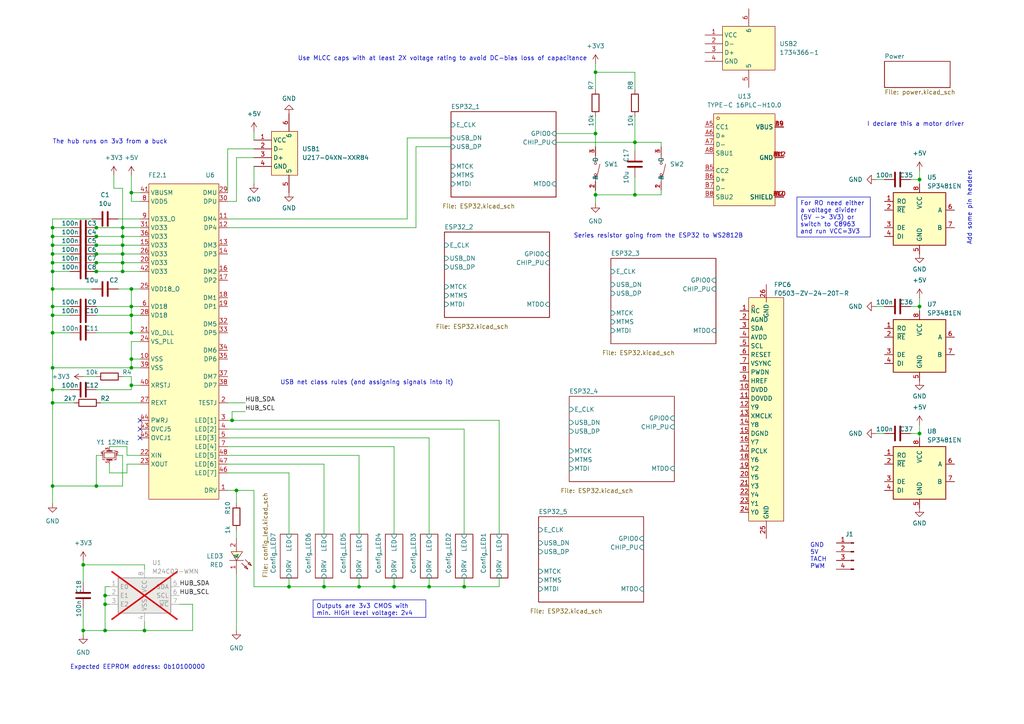
<source format=kicad_sch>
(kicad_sch (version 20230121) (generator eeschema)
  (paper "A4")
  (lib_symbols
    (symbol "Connector:Conn_01x04_Pin" (pin_names (offset 1.016) hide)
      (property "Reference" "J" (at 0 5.08 0))
      (property "Value" "Conn_01x04_Pin" (at 0 -7.62 0))
      (symbol "Conn_01x04_Pin_1_1"
        (polyline (pts (xy 1.27 -5.08) (xy 0.8636 -5.08)) (stroke (width 0.1524)))
        (polyline (pts (xy 1.27 -2.54) (xy 0.8636 -2.54)) (stroke (width 0.1524)))
        (polyline (pts (xy 1.27 0) (xy 0.8636 0)) (stroke (width 0.1524)))
        (polyline (pts (xy 1.27 2.54) (xy 0.8636 2.54)) (stroke (width 0.1524)))
        (rectangle (start 0.8636 -4.953) (end 0 -5.207) (stroke (width 0.1524)) (fill (type outline)))
        (rectangle (start 0.8636 -2.413) (end 0 -2.667) (stroke (width 0.1524)) (fill (type outline)))
        (rectangle (start 0.8636 0.127) (end 0 -0.127) (stroke (width 0.1524)) (fill (type outline)))
        (rectangle (start 0.8636 2.667) (end 0 2.413) (stroke (width 0.1524)) (fill (type outline)))
        (pin passive line (at 5.08 2.54 180) (length 3.81) (name "Pin_1") (number "1"))
        (pin passive line (at 5.08 0 180) (length 3.81) (name "Pin_2") (number "2"))
        (pin passive line (at 5.08 -2.54 180) (length 3.81) (name "Pin_3") (number "3"))
        (pin passive line (at 5.08 -5.08 180) (length 3.81) (name "Pin_4") (number "4"))
      )
    )
    (symbol "Device:C" (pin_numbers hide) (pin_names (offset 0.254))
      (property "Reference" "C" (at 0.635 2.54 0))
      (property "Value" "C" (at 0.635 -2.54 0))
      (symbol "C_0_1"
        (polyline (pts (xy -2.032 -0.762) (xy 2.032 -0.762)) (stroke (width 0.508)))
        (polyline (pts (xy -2.032 0.762) (xy 2.032 0.762)) (stroke (width 0.508)))
      )
      (symbol "C_1_1"
        (pin passive line (at 0 3.81 270) (length 2.794) (name "~") (number "1"))
        (pin passive line (at 0 -3.81 90) (length 2.794) (name "~") (number "2"))
      )
    )
    (symbol "Device:Crystal_GND24_Small" (pin_names (offset 1.016) hide)
      (property "Reference" "Y" (at 1.27 4.445 0))
      (property "Value" "Crystal_GND24_Small" (at 1.27 2.54 0))
      (symbol "Crystal_GND24_Small_0_1"
        (rectangle (start -0.762 -1.524) (end 0.762 1.524))
        (polyline (pts (xy -1.27 -0.762) (xy -1.27 0.762)) (stroke (width 0.381)))
        (polyline (pts (xy 1.27 -0.762) (xy 1.27 0.762)) (stroke (width 0.381)))
        (polyline (pts (xy -1.27 -1.27) (xy -1.27 -1.905) (xy 1.27 -1.905) (xy 1.27 -1.27)))
        (polyline (pts (xy -1.27 1.27) (xy -1.27 1.905) (xy 1.27 1.905) (xy 1.27 1.27)))
      )
      (symbol "Crystal_GND24_Small_1_1"
        (pin passive line (at -2.54 0 0) (length 1.27) (name "1") (number "1"))
        (pin passive line (at 0 -2.54 90) (length 0.635) (name "2") (number "2"))
        (pin passive line (at 2.54 0 180) (length 1.27) (name "3") (number "3"))
        (pin passive line (at 0 2.54 270) (length 0.635) (name "4") (number "4"))
      )
    )
    (symbol "Device:R" (pin_numbers hide) (pin_names (offset 0))
      (property "Reference" "R" (at 2.032 0 90))
      (property "Value" "R" (at 0 0 90))
      (symbol "R_0_1"
        (rectangle (start -1.016 -2.54) (end 1.016 2.54) (stroke (width 0.254)))
      )
      (symbol "R_1_1"
        (pin passive line (at 0 3.81 270) (length 1.27) (name "~") (number "1"))
        (pin passive line (at 0 -3.81 90) (length 1.27) (name "~") (number "2"))
      )
    )
    (symbol "Interface_UART:SP3481EN" (pin_names (offset 1.016))
      (property "Reference" "U" (at -7.62 8.89 0))
      (property "Value" "SP3481EN" (at 2.54 8.89 0))
      (symbol "SP3481EN_0_1"
        (rectangle (start -7.62 7.62) (end 7.62 -7.62) (stroke (width 0.254)) (fill (type background)))
      )
      (symbol "SP3481EN_1_1"
        (pin output line (at -10.16 5.08 0) (length 2.54) (name "RO") (number "1"))
        (pin input line (at -10.16 2.54 0) (length 2.54) (name "~{RE}") (number "2"))
        (pin input line (at -10.16 -2.54 0) (length 2.54) (name "DE") (number "3"))
        (pin input line (at -10.16 -5.08 0) (length 2.54) (name "DI") (number "4"))
        (pin power_in line (at 0 -10.16 90) (length 2.54) (name "GND") (number "5"))
        (pin bidirectional line (at 10.16 2.54 180) (length 2.54) (name "A") (number "6"))
        (pin bidirectional line (at 10.16 -2.54 180) (length 2.54) (name "B") (number "7"))
        (pin power_in line (at 0 10.16 270) (length 2.54) (name "VCC") (number "8"))
      )
    )
    (symbol "Memory_EEPROM:M24C02-WMN"
      (property "Reference" "U" (at -6.35 6.35 0))
      (property "Value" "M24C02-WMN" (at 7.62 6.35 0))
      (symbol "M24C02-WMN_0_1"
        (rectangle (start -7.62 5.08) (end 7.62 -5.08) (stroke (width 0.254)) (fill (type background)))
      )
      (symbol "M24C02-WMN_1_1"
        (pin input line (at -10.16 2.54 0) (length 2.54) (name "E0") (number "1"))
        (pin input line (at -10.16 0 0) (length 2.54) (name "E1") (number "2"))
        (pin input line (at -10.16 -2.54 0) (length 2.54) (name "E2") (number "3"))
        (pin power_in line (at 0 -7.62 90) (length 2.54) (name "VSS") (number "4"))
        (pin bidirectional line (at 10.16 2.54 180) (length 2.54) (name "SDA") (number "5"))
        (pin input line (at 10.16 0 180) (length 2.54) (name "SCL") (number "6"))
        (pin input line (at 10.16 -2.54 180) (length 2.54) (name "~{WC}") (number "7"))
        (pin power_in line (at 0 7.62 270) (length 2.54) (name "VCC") (number "8"))
      )
    )
    (symbol "TS-1187A-B-A-B_1"
      (property "Reference" "SW1" (at -2.54 -2.54 0))
      (symbol "TS-1187A-B-A-B_1_0_1"
        (circle (center 0 -2.79) (radius 0.32))
        (polyline (pts (xy -0.51 0.76) (xy -1.27 -2.54)))
        (polyline (pts (xy 0 -3.3) (xy 0 -5.08)))
        (polyline (pts (xy 0 0.76) (xy 0 2.54)))
        (circle (center 0 0.51) (radius 0.32))
        (pin unspecified line (at 0 5.08 270) (length 2.54) (name "A") (number "1"))
        (pin unspecified line (at 0 5.08 270) (length 2.54) (name "B") (number "2"))
        (pin unspecified line (at 0 -7.62 90) (length 2.54) (name "C") (number "3"))
        (pin unspecified line (at 0 -7.62 90) (length 2.54) (name "D") (number "4"))
      )
    )
    (symbol "easyeda2kicad:1734366-1"
      (property "Reference" "USB" (at 0 17.78 0))
      (property "Value" "1734366-1" (at 0 -15.24 0))
      (symbol "1734366-1_0_1"
        (rectangle (start -5.08 7.62) (end 10.16 -5.08) (fill (type background)))
        (pin unspecified line (at -10.16 5.08 0) (length 5.08) (name "VCC") (number "1"))
        (pin unspecified line (at -10.16 2.54 0) (length 5.08) (name "D-") (number "2"))
        (pin unspecified line (at -10.16 0 0) (length 5.08) (name "D+") (number "3"))
        (pin unspecified line (at -10.16 -2.54 0) (length 5.08) (name "GND") (number "4"))
        (pin unspecified line (at 2.54 -10.16 90) (length 5.08) (name "5") (number "5"))
        (pin unspecified line (at 2.54 12.7 270) (length 5.08) (name "6") (number "6"))
      )
    )
    (symbol "easyeda2kicad:F0503-ZV-24-20T-R"
      (property "Reference" "FPC1" (at 2.1941 21.59 0))
      (property "Value" "F0503-ZV-24-20T-R" (at 2.1941 19.05 0))
      (symbol "F0503-ZV-24-20T-R_0_1"
        (rectangle (start -5.08 17.78) (end 5.08 -46.99) (fill (type background)))
        (circle (center -3.81 15.24) (radius 0.38))
      )
      (symbol "F0503-ZV-24-20T-R_1_1"
        (pin unspecified line (at -7.62 13.97 0) (length 2.54) (name "NC") (number "1"))
        (pin unspecified line (at -7.62 -8.89 0) (length 2.54) (name "DVDD") (number "10"))
        (pin unspecified line (at -7.62 -11.43 0) (length 2.54) (name "DOVDD") (number "11"))
        (pin unspecified line (at -7.62 -13.97 0) (length 2.54) (name "Y9") (number "12"))
        (pin unspecified line (at -7.62 -16.51 0) (length 2.54) (name "XMCLK") (number "13"))
        (pin unspecified line (at -7.62 -19.05 0) (length 2.54) (name "Y8") (number "14"))
        (pin unspecified line (at -7.62 -21.59 0) (length 2.54) (name "DGND") (number "15"))
        (pin unspecified line (at -7.62 -24.13 0) (length 2.54) (name "Y7") (number "16"))
        (pin unspecified line (at -7.62 -26.67 0) (length 2.54) (name "PCLK") (number "17"))
        (pin unspecified line (at -7.62 -29.21 0) (length 2.54) (name "Y6") (number "18"))
        (pin unspecified line (at -7.62 -31.75 0) (length 2.54) (name "Y2") (number "19"))
        (pin unspecified line (at -7.62 11.43 0) (length 2.54) (name "AGND") (number "2"))
        (pin unspecified line (at -7.62 -34.29 0) (length 2.54) (name "Y5") (number "20"))
        (pin unspecified line (at -7.62 -36.83 0) (length 2.54) (name "Y3") (number "21"))
        (pin unspecified line (at -7.62 -39.37 0) (length 2.54) (name "Y4") (number "22"))
        (pin unspecified line (at -7.62 -41.91 0) (length 2.54) (name "Y1") (number "23"))
        (pin unspecified line (at -7.62 -44.45 0) (length 2.54) (name "Y0") (number "24"))
        (pin unspecified line (at 0 -52.07 90) (length 5.08) (name "GND") (number "25"))
        (pin unspecified line (at 0 21.59 270) (length 5.08) (name "GND") (number "26"))
        (pin unspecified line (at -7.62 8.89 0) (length 2.54) (name "SDA") (number "3"))
        (pin unspecified line (at -7.62 6.35 0) (length 2.54) (name "AVDD") (number "4"))
        (pin unspecified line (at -7.62 3.81 0) (length 2.54) (name "SCL") (number "5"))
        (pin unspecified line (at -7.62 1.27 0) (length 2.54) (name "RESET") (number "6"))
        (pin unspecified line (at -7.62 -1.27 0) (length 2.54) (name "VSYNC") (number "7"))
        (pin unspecified line (at -7.62 -3.81 0) (length 2.54) (name "PWDN") (number "8"))
        (pin unspecified line (at -7.62 -6.35 0) (length 2.54) (name "HREF") (number "9"))
      )
    )
    (symbol "easyeda2kicad:FE2.1"
      (property "Reference" "U6" (at 7.62 30.48 0))
      (property "Value" "FE2.1" (at -7.62 30.48 0))
      (symbol "FE2.1_0_1"
        (rectangle (start -10.16 27.94) (end 10.16 -63.5) (fill (type background)))
        (pin unspecified line (at 12.7 -60.96 180) (length 2.54) (name "DRV") (number "1"))
        (pin unspecified line (at -12.7 -22.86 0) (length 2.54) (name "VSS") (number "10"))
        (pin unspecified line (at 12.7 17.78 180) (length 2.54) (name "DM4") (number "11"))
        (pin unspecified line (at 12.7 15.24 180) (length 2.54) (name "DP4") (number "12"))
        (pin unspecified line (at 12.7 10.16 180) (length 2.54) (name "DM3") (number "13"))
        (pin unspecified line (at 12.7 7.62 180) (length 2.54) (name "DP3") (number "14"))
        (pin unspecified line (at -12.7 10.16 0) (length 2.54) (name "VD33") (number "15"))
        (pin unspecified line (at 12.7 2.54 180) (length 2.54) (name "DM2") (number "16"))
        (pin unspecified line (at 12.7 0 180) (length 2.54) (name "DP2") (number "17"))
        (pin unspecified line (at 12.7 -5.08 180) (length 2.54) (name "DM1") (number "18"))
        (pin unspecified line (at 12.7 -7.62 180) (length 2.54) (name "DP1") (number "19"))
        (pin unspecified line (at 12.7 -35.56 180) (length 2.54) (name "TESTJ") (number "2"))
        (pin unspecified line (at -12.7 5.08 0) (length 2.54) (name "VD33") (number "20"))
        (pin unspecified line (at -12.7 -15.24 0) (length 2.54) (name "VD_DLL") (number "21"))
        (pin unspecified line (at -12.7 -50.8 0) (length 2.54) (name "XIN") (number "22"))
        (pin unspecified line (at -12.7 -53.34 0) (length 2.54) (name "XOUT") (number "23"))
        (pin unspecified line (at -12.7 -17.78 0) (length 2.54) (name "VS_PLL") (number "24"))
        (pin unspecified line (at -12.7 -2.54 0) (length 2.54) (name "VDD18_O") (number "25"))
        (pin unspecified line (at -12.7 7.62 0) (length 2.54) (name "VD33") (number "26"))
        (pin unspecified line (at -12.7 -35.56 0) (length 2.54) (name "REXT") (number "27"))
        (pin unspecified line (at -12.7 -10.16 0) (length 2.54) (name "VD18") (number "28"))
        (pin unspecified line (at 12.7 25.4 180) (length 2.54) (name "DMU") (number "29"))
        (pin unspecified line (at 12.7 -40.64 180) (length 2.54) (name "LED[1]") (number "3"))
        (pin unspecified line (at 12.7 22.86 180) (length 2.54) (name "DPU") (number "30"))
        (pin unspecified line (at -12.7 15.24 0) (length 2.54) (name "VD33") (number "31"))
        (pin unspecified line (at 12.7 -12.7 180) (length 2.54) (name "DM5") (number "32"))
        (pin unspecified line (at 12.7 -15.24 180) (length 2.54) (name "DP5") (number "33"))
        (pin unspecified line (at 12.7 -20.32 180) (length 2.54) (name "DM6") (number "34"))
        (pin unspecified line (at 12.7 -22.86 180) (length 2.54) (name "DP6") (number "35"))
        (pin unspecified line (at -12.7 12.7 0) (length 2.54) (name "VD33") (number "36"))
        (pin unspecified line (at 12.7 -27.94 180) (length 2.54) (name "DM7") (number "37"))
        (pin unspecified line (at 12.7 -30.48 180) (length 2.54) (name "DP7") (number "38"))
        (pin unspecified line (at -12.7 -25.4 0) (length 2.54) (name "VSS") (number "39"))
        (pin unspecified line (at 12.7 -43.18 180) (length 2.54) (name "LED[2]") (number "4"))
        (pin unspecified line (at -12.7 -30.48 0) (length 2.54) (name "XRSTJ") (number "40"))
        (pin unspecified line (at -12.7 25.4 0) (length 2.54) (name "VBUSM") (number "41"))
        (pin unspecified line (at -12.7 2.54 0) (length 2.54) (name "VD33") (number "42"))
        (pin unspecified line (at -12.7 -43.18 0) (length 2.54) (name "OVCJ5") (number "43"))
        (pin unspecified line (at -12.7 -40.64 0) (length 2.54) (name "PWRJ") (number "44"))
        (pin unspecified line (at -12.7 -45.72 0) (length 2.54) (name "OVCJ1") (number "45"))
        (pin unspecified line (at 12.7 -55.88 180) (length 2.54) (name "LED[7]") (number "46"))
        (pin unspecified line (at 12.7 -53.34 180) (length 2.54) (name "LED[6]") (number "47"))
        (pin unspecified line (at 12.7 -50.8 180) (length 2.54) (name "LED[5]") (number "48"))
        (pin unspecified line (at 12.7 -45.72 180) (length 2.54) (name "LED[3]") (number "5"))
        (pin unspecified line (at -12.7 -7.62 0) (length 2.54) (name "VD18") (number "6"))
        (pin unspecified line (at 12.7 -48.26 180) (length 2.54) (name "LED[4]") (number "7"))
        (pin unspecified line (at -12.7 22.86 0) (length 2.54) (name "VDD5") (number "8"))
        (pin unspecified line (at -12.7 17.78 0) (length 2.54) (name "VD33_O") (number "9"))
      )
    )
    (symbol "easyeda2kicad:KT-0603R"
      (property "Reference" "LED" (at 0 5.08 0))
      (property "Value" "KT-0603R" (at 0 -5.08 0))
      (symbol "KT-0603R_0_1"
        (polyline (pts (xy -2.03 1.52) (xy -3.81 3.3)))
        (polyline (pts (xy -1.27 2.03) (xy -1.27 -2.03)))
        (polyline (pts (xy -1.02 2.54) (xy -2.79 4.32)))
        (polyline (pts (xy -3.81 3.3) (xy -2.79 2.79) (xy -3.3 2.29) (xy -3.81 3.3)) (fill (type background)))
        (polyline (pts (xy -2.79 4.32) (xy -1.78 3.81) (xy -2.29 3.3) (xy -2.79 4.32)) (fill (type background)))
        (polyline (pts (xy 1.27 -1.52) (xy -1.27 0) (xy 1.27 1.78) (xy 1.27 -1.52)) (fill (type background)))
        (pin unspecified line (at -5.08 0 0) (length 3.81) (name "K") (number "1"))
        (pin unspecified line (at 5.08 0 180) (length 3.81) (name "A") (number "2"))
      )
    )
    (symbol "easyeda2kicad:TYPE-C16PLC-H10.0"
      (property "Reference" "U13" (at 0 19.05 0))
      (property "Value" "TYPE-C 16PLC-H10.0" (at 0 16.51 0))
      (symbol "TYPE-C16PLC-H10.0_0_1"
        (rectangle (start -8.89 13.97) (end 8.89 -12.7) (fill (type background)))
        (circle (center -7.62 12.7) (radius 0.38))
        (pin unspecified line (at 11.43 1.27 180) (length 2.54) (name "GND") (number "A1"))
        (pin unspecified line (at 11.43 1.27 180) (length 2.54) (name "GND") (number "A12"))
        (pin unspecified line (at 11.43 10.16 180) (length 2.54) (name "VBUS") (number "A4"))
        (pin unspecified line (at -11.43 10.16 0) (length 2.54) (name "CC1") (number "A5"))
        (pin unspecified line (at -11.43 7.62 0) (length 2.54) (name "D+") (number "A6"))
        (pin unspecified line (at -11.43 5.08 0) (length 2.54) (name "D-") (number "A7"))
        (pin unspecified line (at -11.43 2.54 0) (length 2.54) (name "SBU1") (number "A8"))
        (pin unspecified line (at 11.43 10.16 180) (length 2.54) (name "VBUS") (number "A9"))
        (pin unspecified line (at 11.43 1.27 180) (length 2.54) (name "GND") (number "B1"))
        (pin unspecified line (at 11.43 1.27 180) (length 2.54) (name "GND") (number "B12"))
        (pin unspecified line (at 11.43 10.16 180) (length 2.54) (name "VBUS") (number "B4"))
        (pin unspecified line (at -11.43 -2.54 0) (length 2.54) (name "CC2") (number "B5"))
        (pin unspecified line (at -11.43 -5.08 0) (length 2.54) (name "D+") (number "B6"))
        (pin unspecified line (at -11.43 -7.62 0) (length 2.54) (name "D-") (number "B7"))
        (pin unspecified line (at -11.43 -10.16 0) (length 2.54) (name "SBU2") (number "B8"))
        (pin unspecified line (at 11.43 10.16 180) (length 2.54) (name "VBUS") (number "B9"))
      )
      (symbol "TYPE-C16PLC-H10.0_1_1"
        (pin unspecified line (at 11.43 -10.16 180) (length 2.54) (name "SHIELD") (number "A10"))
        (pin unspecified line (at 11.43 -10.16 180) (length 2.54) (name "SHIELD") (number "A2"))
        (pin unspecified line (at 11.43 -10.16 180) (length 2.54) (name "SHIELD") (number "B10"))
        (pin unspecified line (at 11.43 -10.16 180) (length 2.54) (name "SHIELD") (number "B2"))
      )
    )
    (symbol "easyeda2kicad:U217-04XN-XXR84"
      (property "Reference" "USB" (at 0 10.16 0))
      (property "Value" "U217-04XN-XXR84" (at 0 -10.16 0))
      (symbol "U217-04XN-XXR84_0_1"
        (rectangle (start -5.08 0) (end 7.62 -7.62) (fill (type background)))
        (pin unspecified line (at 5.08 5.08 270) (length 5.08) (name "VCC") (number "1"))
        (pin unspecified line (at 2.54 5.08 270) (length 5.08) (name "D-") (number "2"))
        (pin unspecified line (at 0 5.08 270) (length 5.08) (name "D+") (number "3"))
        (pin unspecified line (at -2.54 5.08 270) (length 5.08) (name "GND") (number "4"))
        (pin unspecified line (at -10.16 -5.08 0) (length 5.08) (name "5") (number "5"))
        (pin unspecified line (at 12.7 -5.08 180) (length 5.08) (name "6") (number "6"))
      )
    )
    (symbol "power:+3V3" (power) (pin_names (offset 0))
      (property "Value" "+3V3" (at 0 3.556 0))
      (symbol "+3V3_0_1"
        (polyline (pts (xy -0.762 1.27) (xy 0 2.54)))
        (polyline (pts (xy 0 0) (xy 0 2.54)))
        (polyline (pts (xy 0 2.54) (xy 0.762 1.27)))
      )
      (symbol "+3V3_1_1"
        (pin power_in line (at 0 0 90) (length 0) hide (name "+3V3") (number "1"))
      )
    )
    (symbol "power:+5V" (power) (pin_names (offset 0))
      (property "Value" "+5V" (at 0 3.556 0))
      (symbol "+5V_0_1"
        (polyline (pts (xy -0.762 1.27) (xy 0 2.54)))
        (polyline (pts (xy 0 0) (xy 0 2.54)))
        (polyline (pts (xy 0 2.54) (xy 0.762 1.27)))
      )
      (symbol "+5V_1_1"
        (pin power_in line (at 0 0 90) (length 0) hide (name "+5V") (number "1"))
      )
    )
    (symbol "power:GND" (power) (pin_names (offset 0))
      (property "Value" "GND" (at 0 -3.81 0))
      (symbol "GND_0_1"
        (polyline (pts (xy 0 0) (xy 0 -1.27) (xy 1.27 -1.27) (xy 0 -2.54) (xy -1.27 -1.27) (xy 0 -1.27)))
      )
      (symbol "GND_1_1"
        (pin power_in line (at 0 0 270) (length 0) hide (name "GND") (number "1"))
      )
    )
  )
  (junction (at 30.48 182.88))
  (junction (at 266.7 52.07))
  (junction (at 38.1 91.44))
  (junction (at 15.24 68.58))
  (junction (at 15.24 116.84))
  (junction (at 35.56 76.2))
  (junction (at 30.48 175.26))
  (junction (at 15.24 113.03))
  (junction (at 27.94 140.97))
  (junction (at 184.15 41.275))
  (junction (at 15.24 71.12))
  (junction (at 27.94 71.12))
  (junction (at 38.1 83.82))
  (junction (at 83.82 170.18))
  (junction (at 114.3 170.18))
  (junction (at 27.94 73.66))
  (junction (at 38.1 111.76))
  (junction (at 35.56 66.04))
  (junction (at 15.24 76.2))
  (junction (at 35.56 78.74))
  (junction (at 134.62 170.18))
  (junction (at 27.94 68.58))
  (junction (at 38.1 106.68))
  (junction (at 15.24 73.66))
  (junction (at 15.24 88.9))
  (junction (at 15.24 91.44))
  (junction (at 27.94 66.04))
  (junction (at 35.56 71.12))
  (junction (at 15.24 83.82))
  (junction (at 266.7 125.73))
  (junction (at 104.14 170.18))
  (junction (at 172.72 38.735))
  (junction (at 30.48 172.72))
  (junction (at 15.24 66.04))
  (junction (at 172.72 56.515))
  (junction (at 266.7 88.9))
  (junction (at 68.58 142.24))
  (junction (at 38.1 96.52))
  (junction (at 15.24 78.74))
  (junction (at 184.15 56.515))
  (junction (at 35.56 73.66))
  (junction (at 24.13 163.83))
  (junction (at 24.13 182.88))
  (junction (at 27.94 78.74))
  (junction (at 41.91 182.88))
  (junction (at 35.56 68.58))
  (junction (at 15.24 96.52))
  (junction (at 172.72 20.955))
  (junction (at 15.24 106.68))
  (junction (at 93.98 170.18))
  (junction (at 67.31 121.92))
  (junction (at 38.1 55.88))
  (junction (at 38.1 88.9))
  (junction (at 15.24 140.97))
  (junction (at 124.46 170.18))
  (junction (at 27.94 76.2))
  (junction (at 38.1 104.14))
  (no_connect (at 40.64 124.46))
  (no_connect (at 40.64 127))
  (no_connect (at 40.64 121.92))
  (wire (pts (xy 40.64 104.14) (xy 38.1 104.14)))
  (wire (pts (xy 24.13 182.88) (xy 30.48 182.88)))
  (wire (pts (xy 27.94 140.97) (xy 27.94 132.08)))
  (wire (pts (xy 15.24 88.9) (xy 15.24 91.44)))
  (wire (pts (xy 35.56 71.12) (xy 40.64 71.12)))
  (wire (pts (xy 66.04 66.04) (xy 120.65 66.04)))
  (wire (pts (xy 172.72 55.245) (xy 172.72 56.515)))
  (wire (pts (xy 184.15 41.275) (xy 184.15 43.815)))
  (wire (pts (xy 266.7 88.9) (xy 266.7 90.17)))
  (wire (pts (xy 254 125.73) (xy 256.54 125.73)))
  (wire (pts (xy 67.31 119.38) (xy 71.12 119.38)))
  (wire (pts (xy 27.94 76.2) (xy 35.56 76.2)))
  (wire (pts (xy 38.1 113.03) (xy 27.94 113.03)))
  (wire (pts (xy 24.13 109.22) (xy 27.94 109.22)))
  (wire (pts (xy 172.72 56.515) (xy 172.72 59.055)))
  (wire (pts (xy 66.04 121.92) (xy 67.31 121.92)))
  (wire (pts (xy 31.75 137.16) (xy 31.75 134.62)))
  (wire (pts (xy 26.67 78.74) (xy 27.94 78.74)))
  (wire (pts (xy 30.48 172.72) (xy 31.75 172.72)))
  (wire (pts (xy 38.1 55.88) (xy 40.64 55.88)))
  (wire (pts (xy 93.98 154.94) (xy 93.98 134.62)))
  (wire (pts (xy 15.24 68.58) (xy 15.24 71.12)))
  (wire (pts (xy 93.98 134.62) (xy 66.04 134.62)))
  (wire (pts (xy 55.88 182.88) (xy 55.88 175.26)))
  (wire (pts (xy 184.15 41.275) (xy 191.77 41.275)))
  (wire (pts (xy 15.24 106.68) (xy 38.1 106.68)))
  (wire (pts (xy 15.24 88.9) (xy 20.32 88.9)))
  (wire (pts (xy 27.94 73.66) (xy 35.56 73.66)))
  (wire (pts (xy 83.82 170.18) (xy 93.98 170.18)))
  (wire (pts (xy 27.94 66.04) (xy 35.56 66.04)))
  (wire (pts (xy 118.11 63.5) (xy 66.04 63.5)))
  (wire (pts (xy 15.24 76.2) (xy 20.32 76.2)))
  (wire (pts (xy 26.67 71.12) (xy 27.94 71.12)))
  (wire (pts (xy 15.24 106.68) (xy 15.24 113.03)))
  (wire (pts (xy 30.48 182.88) (xy 41.91 182.88)))
  (wire (pts (xy 124.46 167.64) (xy 124.46 170.18)))
  (wire (pts (xy 15.24 140.97) (xy 15.24 146.05)))
  (wire (pts (xy 34.29 63.5) (xy 40.64 63.5)))
  (wire (pts (xy 36.83 129.54) (xy 36.83 132.08)))
  (wire (pts (xy 68.58 153.67) (xy 68.58 156.21)))
  (wire (pts (xy 35.56 76.2) (xy 40.64 76.2)))
  (wire (pts (xy 114.3 129.54) (xy 66.04 129.54)))
  (wire (pts (xy 41.91 165.1) (xy 41.91 163.83)))
  (wire (pts (xy 35.56 132.08) (xy 35.56 140.97)))
  (wire (pts (xy 124.46 170.18) (xy 134.62 170.18)))
  (wire (pts (xy 29.21 116.84) (xy 40.64 116.84)))
  (wire (pts (xy 114.3 154.94) (xy 114.3 129.54)))
  (wire (pts (xy 15.24 63.5) (xy 26.67 63.5)))
  (wire (pts (xy 41.91 182.88) (xy 41.91 180.34)))
  (wire (pts (xy 191.77 55.245) (xy 191.77 56.515)))
  (wire (pts (xy 15.24 91.44) (xy 20.32 91.44)))
  (wire (pts (xy 15.24 96.52) (xy 20.32 96.52)))
  (wire (pts (xy 26.67 73.66) (xy 27.94 73.66)))
  (wire (pts (xy 67.31 119.38) (xy 67.31 121.92)))
  (wire (pts (xy 35.56 71.12) (xy 35.56 73.66)))
  (wire (pts (xy 264.16 125.73) (xy 266.7 125.73)))
  (wire (pts (xy 66.04 142.24) (xy 68.58 142.24)))
  (wire (pts (xy 31.75 129.54) (xy 36.83 129.54)))
  (wire (pts (xy 93.98 167.64) (xy 93.98 170.18)))
  (wire (pts (xy 35.56 78.74) (xy 40.64 78.74)))
  (wire (pts (xy 24.13 176.53) (xy 24.13 182.88)))
  (wire (pts (xy 191.77 41.275) (xy 191.77 42.545)))
  (wire (pts (xy 254 52.07) (xy 256.54 52.07)))
  (wire (pts (xy 68.58 45.72) (xy 73.66 45.72)))
  (wire (pts (xy 38.1 83.82) (xy 40.64 83.82)))
  (wire (pts (xy 38.1 113.03) (xy 38.1 111.76)))
  (wire (pts (xy 35.56 73.66) (xy 35.56 76.2)))
  (wire (pts (xy 40.64 134.62) (xy 36.83 134.62)))
  (wire (pts (xy 35.56 54.61) (xy 35.56 66.04)))
  (wire (pts (xy 66.04 132.08) (xy 104.14 132.08)))
  (wire (pts (xy 264.16 52.07) (xy 266.7 52.07)))
  (wire (pts (xy 38.1 91.44) (xy 40.64 91.44)))
  (wire (pts (xy 130.81 40.005) (xy 118.11 40.005)))
  (wire (pts (xy 67.31 121.92) (xy 144.78 121.92)))
  (wire (pts (xy 27.94 78.74) (xy 35.56 78.74)))
  (wire (pts (xy 266.7 52.07) (xy 266.7 53.34)))
  (wire (pts (xy 24.13 182.88) (xy 24.13 184.15)))
  (wire (pts (xy 15.24 83.82) (xy 15.24 88.9)))
  (wire (pts (xy 266.7 49.53) (xy 266.7 52.07)))
  (wire (pts (xy 36.83 137.16) (xy 31.75 137.16)))
  (wire (pts (xy 104.14 132.08) (xy 104.14 154.94)))
  (wire (pts (xy 266.7 86.36) (xy 266.7 88.9)))
  (wire (pts (xy 52.07 175.26) (xy 55.88 175.26)))
  (wire (pts (xy 73.66 142.24) (xy 73.66 170.18)))
  (wire (pts (xy 172.72 20.955) (xy 184.15 20.955)))
  (wire (pts (xy 29.21 132.08) (xy 27.94 132.08)))
  (wire (pts (xy 15.24 78.74) (xy 15.24 83.82)))
  (wire (pts (xy 41.91 163.83) (xy 24.13 163.83)))
  (wire (pts (xy 15.24 140.97) (xy 27.94 140.97)))
  (wire (pts (xy 15.24 73.66) (xy 20.32 73.66)))
  (wire (pts (xy 35.56 66.04) (xy 35.56 68.58)))
  (wire (pts (xy 38.1 106.68) (xy 40.64 106.68)))
  (wire (pts (xy 27.94 88.9) (xy 38.1 88.9)))
  (wire (pts (xy 38.1 88.9) (xy 38.1 91.44)))
  (wire (pts (xy 172.72 26.035) (xy 172.72 20.955)))
  (wire (pts (xy 15.24 116.84) (xy 15.24 140.97)))
  (wire (pts (xy 120.65 66.04) (xy 120.65 42.545)))
  (wire (pts (xy 184.15 33.655) (xy 184.15 41.275)))
  (wire (pts (xy 114.3 170.18) (xy 124.46 170.18)))
  (wire (pts (xy 172.72 38.735) (xy 172.72 33.655)))
  (wire (pts (xy 15.24 76.2) (xy 15.24 78.74)))
  (wire (pts (xy 38.1 88.9) (xy 40.64 88.9)))
  (wire (pts (xy 254 88.9) (xy 256.54 88.9)))
  (wire (pts (xy 35.56 54.61) (xy 33.02 54.61)))
  (wire (pts (xy 34.29 83.82) (xy 38.1 83.82)))
  (wire (pts (xy 30.48 172.72) (xy 30.48 175.26)))
  (wire (pts (xy 66.04 58.42) (xy 68.58 58.42)))
  (wire (pts (xy 30.48 175.26) (xy 30.48 182.88)))
  (wire (pts (xy 36.83 132.08) (xy 40.64 132.08)))
  (wire (pts (xy 93.98 170.18) (xy 104.14 170.18)))
  (wire (pts (xy 27.94 68.58) (xy 35.56 68.58)))
  (wire (pts (xy 66.04 127) (xy 124.46 127)))
  (wire (pts (xy 38.1 104.14) (xy 38.1 106.68)))
  (wire (pts (xy 68.58 166.37) (xy 68.58 182.88)))
  (wire (pts (xy 264.16 88.9) (xy 266.7 88.9)))
  (wire (pts (xy 35.56 73.66) (xy 40.64 73.66)))
  (wire (pts (xy 27.94 140.97) (xy 35.56 140.97)))
  (wire (pts (xy 114.3 167.64) (xy 114.3 170.18)))
  (wire (pts (xy 184.15 20.955) (xy 184.15 26.035)))
  (wire (pts (xy 266.7 123.19) (xy 266.7 125.73)))
  (wire (pts (xy 38.1 104.14) (xy 38.1 99.06)))
  (wire (pts (xy 27.94 96.52) (xy 38.1 96.52)))
  (wire (pts (xy 24.13 163.83) (xy 24.13 168.91)))
  (wire (pts (xy 30.48 170.18) (xy 30.48 172.72)))
  (wire (pts (xy 161.29 41.275) (xy 184.15 41.275)))
  (wire (pts (xy 15.24 71.12) (xy 20.32 71.12)))
  (wire (pts (xy 124.46 127) (xy 124.46 154.94)))
  (wire (pts (xy 26.67 76.2) (xy 27.94 76.2)))
  (wire (pts (xy 161.29 38.735) (xy 172.72 38.735)))
  (wire (pts (xy 35.56 68.58) (xy 35.56 71.12)))
  (wire (pts (xy 35.56 66.04) (xy 40.64 66.04)))
  (wire (pts (xy 120.65 42.545) (xy 130.81 42.545)))
  (wire (pts (xy 66.04 55.88) (xy 66.04 43.18)))
  (wire (pts (xy 68.58 142.24) (xy 68.58 146.05)))
  (wire (pts (xy 38.1 58.42) (xy 40.64 58.42)))
  (wire (pts (xy 15.24 113.03) (xy 20.32 113.03)))
  (wire (pts (xy 15.24 78.74) (xy 20.32 78.74)))
  (wire (pts (xy 83.82 137.16) (xy 83.82 154.94)))
  (wire (pts (xy 144.78 121.92) (xy 144.78 154.94)))
  (wire (pts (xy 266.7 125.73) (xy 266.7 127)))
  (wire (pts (xy 104.14 170.18) (xy 114.3 170.18)))
  (wire (pts (xy 38.1 55.88) (xy 38.1 58.42)))
  (wire (pts (xy 66.04 124.46) (xy 134.62 124.46)))
  (wire (pts (xy 134.62 170.18) (xy 144.78 170.18)))
  (wire (pts (xy 134.62 167.64) (xy 134.62 170.18)))
  (wire (pts (xy 191.77 56.515) (xy 184.15 56.515)))
  (wire (pts (xy 68.58 58.42) (xy 68.58 45.72)))
  (wire (pts (xy 134.62 124.46) (xy 134.62 154.94)))
  (wire (pts (xy 15.24 66.04) (xy 20.32 66.04)))
  (wire (pts (xy 15.24 83.82) (xy 26.67 83.82)))
  (wire (pts (xy 34.29 132.08) (xy 35.56 132.08)))
  (wire (pts (xy 38.1 111.76) (xy 40.64 111.76)))
  (wire (pts (xy 38.1 109.22) (xy 38.1 111.76)))
  (wire (pts (xy 73.66 53.34) (xy 73.66 48.26)))
  (wire (pts (xy 184.15 56.515) (xy 184.15 51.435)))
  (wire (pts (xy 30.48 175.26) (xy 31.75 175.26)))
  (wire (pts (xy 15.24 113.03) (xy 15.24 116.84)))
  (wire (pts (xy 31.75 170.18) (xy 30.48 170.18)))
  (wire (pts (xy 15.24 68.58) (xy 20.32 68.58)))
  (wire (pts (xy 38.1 83.82) (xy 38.1 88.9)))
  (wire (pts (xy 73.66 170.18) (xy 83.82 170.18)))
  (wire (pts (xy 144.78 167.64) (xy 144.78 170.18)))
  (wire (pts (xy 27.94 71.12) (xy 35.56 71.12)))
  (wire (pts (xy 38.1 96.52) (xy 40.64 96.52)))
  (wire (pts (xy 27.94 91.44) (xy 38.1 91.44)))
  (wire (pts (xy 68.58 142.24) (xy 73.66 142.24)))
  (wire (pts (xy 33.02 54.61) (xy 33.02 50.8)))
  (wire (pts (xy 41.91 182.88) (xy 55.88 182.88)))
  (wire (pts (xy 15.24 91.44) (xy 15.24 96.52)))
  (wire (pts (xy 66.04 43.18) (xy 73.66 43.18)))
  (wire (pts (xy 38.1 99.06) (xy 40.64 99.06)))
  (wire (pts (xy 71.12 116.84) (xy 66.04 116.84)))
  (wire (pts (xy 104.14 167.64) (xy 104.14 170.18)))
  (wire (pts (xy 83.82 167.64) (xy 83.82 170.18)))
  (wire (pts (xy 26.67 68.58) (xy 27.94 68.58)))
  (wire (pts (xy 172.72 56.515) (xy 184.15 56.515)))
  (wire (pts (xy 38.1 50.8) (xy 38.1 55.88)))
  (wire (pts (xy 15.24 96.52) (xy 15.24 106.68)))
  (wire (pts (xy 172.72 18.415) (xy 172.72 20.955)))
  (wire (pts (xy 35.56 68.58) (xy 40.64 68.58)))
  (wire (pts (xy 24.13 162.56) (xy 24.13 163.83)))
  (wire (pts (xy 36.83 134.62) (xy 36.83 137.16)))
  (wire (pts (xy 15.24 71.12) (xy 15.24 73.66)))
  (wire (pts (xy 26.67 66.04) (xy 27.94 66.04)))
  (wire (pts (xy 15.24 73.66) (xy 15.24 76.2)))
  (wire (pts (xy 35.56 109.22) (xy 38.1 109.22)))
  (wire (pts (xy 15.24 63.5) (xy 15.24 66.04)))
  (wire (pts (xy 15.24 66.04) (xy 15.24 68.58)))
  (wire (pts (xy 15.24 116.84) (xy 21.59 116.84)))
  (wire (pts (xy 118.11 40.005) (xy 118.11 63.5)))
  (wire (pts (xy 73.66 38.1) (xy 73.66 40.64)))
  (wire (pts (xy 66.04 137.16) (xy 83.82 137.16)))
  (wire (pts (xy 35.56 76.2) (xy 35.56 78.74)))
  (wire (pts (xy 172.72 38.735) (xy 172.72 42.545)))
  (wire (pts (xy 38.1 91.44) (xy 38.1 96.52)))
  (text_box "For RO need either a voltage divider (5V -> 3V3) or switch to C8963 and run VCC=3V3" (at 231.14 57.15 0) (size 21.2725 11.5889) (effects (font (size 1.27 1.27)) (justify left top)))
  (text_box "Outputs are 3v3 CMOS with min. HIGH level voltage: 2v4" (at 90.805 173.99 0) (size 32.7025 5.08) (effects (font (size 1.27 1.27)) (justify left top)))
  (text "Series resistor going from the ESP32 to WS2812B\n" (at 166.37 69.215 0) (effects (font (size 1.27 1.27)) (justify left bottom)))
  (text "Add some pin headers\n" (at 281.94 71.12 90) (effects (font (size 1.27 1.27)) (justify left bottom)))
  (text "GND\n5V\nTACH\nPWM" (at 234.95 165.1 0) (effects (font (size 1.27 1.27)) (justify left bottom)))
  (text "USB net class rules (and assigning signals into it)" (at 81.28 111.76 0) (effects (font (size 1.27 1.27)) (justify left bottom)))
  (text "Use MLCC caps with at least 2X voltage rating to avoid DC-bias loss of capacitance" (at 86.36 17.78 0) (effects (font (size 1.27 1.27)) (justify left bottom)))
  (text "Expected EEPROM address: 0b10100000" (at 20.32 194.31 0) (effects (font (size 1.27 1.27)) (justify left bottom)))
  (text "I declare this a motor driver" (at 251.46 36.83 0) (effects (font (size 1.27 1.27)) (justify left bottom)))
  (text "The hub runs on 3v3 from a buck" (at 15.24 41.91 0) (effects (font (size 1.27 1.27)) (justify left bottom)))
  (label "HUB_SCL" (at 52.07 172.72 0))
  (label "HUB_SDA" (at 52.07 170.18 0))
  (label "HUB_SCL" (at 71.12 119.38 0))
  (label "HUB_SDA" (at 71.12 116.84 0))
  (symbol (lib_id "power:GND") (at 266.7 147.32 0) (unit 1)
    (property "Reference" "#PWR042" (effects hide))
    (property "Value" "GND" (at 266.7 151.765 0))
  )
  (symbol (lib_id "power:GND") (at 15.24 146.05 0) (unit 1)
    (property "Reference" "#PWR014" (effects hide))
    (property "Value" "GND" (at 15.24 151.13 0))
  )
  (symbol (lib_id "Device:C") (at 24.13 78.74 90) (unit 1)
    (property "Reference" "C8" (at 26.67 77.47 90))
    (property "Value" "100n" (at 20.32 77.47 90))
    (property "Footprint" "Capacitor_SMD:C_0402_1005Metric" (effects hide))
  )
  (symbol (lib_id "Connector:Conn_01x04_Pin") (at 247.65 160.02 0) (mirror y) (unit 1)
    (property "Reference" "J1" (at 246.38 154.94 0))
    (property "Value" "Conn_01x04_Pin" (effects hide))
    (property "Footprint" "Connector:FanPinHeader_1x04_P2.54mm_Vertical" (effects hide))
  )
  (symbol (lib_id "Device:C") (at 24.13 91.44 90) (unit 1)
    (property "Reference" "C10" (at 26.67 90.17 90))
    (property "Value" "100n" (at 20.32 90.17 90))
    (property "Footprint" "Capacitor_SMD:C_0402_1005Metric" (effects hide))
  )
  (symbol (lib_id "Device:Crystal_GND24_Small") (at 31.75 132.08 90) (unit 1)
    (property "Reference" "Y1" (at 29.21 128.27 90))
    (property "Value" "12Mhz" (at 34.29 128.27 90))
    (property "Footprint" "Crystal:Crystal_SMD_3225-4Pin_3.2x2.5mm" (effects hide))
  )
  (symbol (lib_id "power:+3V3") (at 24.13 109.22 90) (unit 1)
    (property "Reference" "#PWR03" (effects hide))
    (property "Value" "+3V3" (at 20.32 109.22 90) (effects (justify left)))
  )
  (symbol (lib_id "Device:C") (at 24.13 66.04 90) (unit 1)
    (property "Reference" "C3" (at 26.67 64.77 90))
    (property "Value" "100n" (at 20.32 64.77 90))
    (property "Footprint" "Capacitor_SMD:C_0402_1005Metric" (effects hide))
  )
  (symbol (lib_id "Device:C") (at 260.35 52.07 90) (unit 1)
    (property "Reference" "C35" (at 262.89 50.8 90))
    (property "Value" "100n" (at 256.54 50.8 90))
    (property "Footprint" "Capacitor_SMD:C_0402_1005Metric" (effects hide))
  )
  (symbol (lib_id "Device:R") (at 31.75 109.22 90) (unit 1)
    (property "Reference" "R4" (at 36.83 107.95 90))
    (property "Value" "10k" (at 26.67 107.95 90))
    (property "Footprint" "Resistor_SMD:R_0402_1005Metric" (effects hide))
  )
  (symbol (lib_id "power:GND") (at 83.82 55.88 0) (unit 1)
    (property "Reference" "#PWR08" (effects hide))
    (property "Value" "GND" (at 83.82 60.325 0))
  )
  (symbol (lib_id "power:+5V") (at 266.7 123.19 0) (unit 1)
    (property "Reference" "#PWR041" (effects hide))
    (property "Value" "+5V" (at 266.7 118.11 0))
  )
  (symbol (lib_id "power:GND") (at 68.58 182.88 0) (unit 1)
    (property "Reference" "#PWR021" (effects hide))
    (property "Value" "GND" (at 68.58 187.96 0))
  )
  (symbol (lib_id "Memory_EEPROM:M24C02-WMN") (at 41.91 172.72 0) (unit 1) (dnp yes)
    (property "Reference" "U1" (at 44.1041 163.195 0) (effects (justify left)))
    (property "Value" "M24C02-WMN" (at 44.1041 165.735 0) (effects (justify left)))
    (property "Footprint" "Package_SO:SOIC-8_3.9x4.9mm_P1.27mm" (effects hide))
    (property "Datasheet" "http://www.st.com/content/ccc/resource/technical/document/datasheet/b0/d8/50/40/5a/85/49/6f/DM00071904.pdf/files/DM00071904.pdf/jcr:content/translations/en.DM00071904.pdf" (effects hide))
  )
  (symbol (lib_id "power:GND") (at 266.7 73.66 0) (unit 1)
    (property "Reference" "#PWR035" (effects hide))
    (property "Value" "GND" (at 266.7 78.105 0))
  )
  (symbol (lib_id "power:+5V") (at 266.7 86.36 0) (unit 1)
    (property "Reference" "#PWR038" (effects hide))
    (property "Value" "+5V" (at 266.7 81.28 0))
  )
  (symbol (lib_id "Device:R") (at 25.4 116.84 90) (unit 1)
    (property "Reference" "R2" (at 30.48 115.57 90))
    (property "Value" "2k7" (at 20.32 115.57 90))
    (property "Footprint" "Resistor_SMD:R_0402_1005Metric" (effects hide))
  )
  (symbol (lib_id "easyeda2kicad:F0503-ZV-24-20T-R") (at 222.25 104.14 0) (unit 1)
    (property "Reference" "FPC6" (at 224.4441 82.55 0) (effects (justify left)))
    (property "Value" "F0503-ZV-24-20T-R" (at 224.4441 85.09 0) (effects (justify left)))
    (property "Footprint" "easyeda2kicad:FPC-SMD_F0503-ZV-24-20T-R" (effects hide))
    (property "Datasheet" "https://lcsc.com/product-detail/FFC-FPC-Connectors_XFCN-F0503-ZV-24-20T-R_C481246.html" (effects hide))
    (property "LCSC Part" "C481246" (effects hide))
  )
  (symbol (lib_id "Device:R") (at 172.72 29.845 180) (unit 1)
    (property "Reference" "R7" (at 171.45 24.765 90))
    (property "Value" "10k" (at 171.45 34.925 90))
    (property "Footprint" "Resistor_SMD:R_0402_1005Metric" (effects hide))
  )
  (symbol (lib_id "power:GND") (at 254 52.07 270) (unit 1)
    (property "Reference" "#PWR036" (effects hide))
    (property "Value" "GND" (at 250.19 52.07 90) (effects (justify right)))
  )
  (symbol (lib_id "Device:C") (at 24.13 172.72 180) (unit 1)
    (property "Reference" "C18" (at 22.86 170.18 90))
    (property "Value" "100n" (at 22.86 176.53 90))
    (property "Footprint" "Capacitor_SMD:C_0402_1005Metric" (effects hide))
  )
  (symbol (lib_id "power:GND") (at 83.82 33.02 180) (unit 1)
    (property "Reference" "#PWR09" (effects hide))
    (property "Value" "GND" (at 83.82 28.575 0))
  )
  (symbol (lib_id "power:GND") (at 73.66 53.34 0) (unit 1)
    (property "Reference" "#PWR05" (effects hide))
    (property "Value" "GND" (at 73.66 57.785 0))
  )
  (symbol (lib_id "easyeda2kicad:TYPE-C16PLC-H10.0") (at 215.9 46.99 0) (unit 1)
    (property "Reference" "U13" (at 215.9 27.94 0))
    (property "Value" "TYPE-C 16PLC-H10.0" (at 215.9 30.48 0))
    (property "Footprint" "easyeda2kicad:TYPE-C-TH_16PLC-H10.0" (effects hide))
    (property "LCSC Part" "C3151747" (effects hide))
  )
  (symbol (lib_id "power:GND") (at 254 125.73 270) (unit 1)
    (property "Reference" "#PWR040" (effects hide))
    (property "Value" "GND" (at 250.19 125.73 90) (effects (justify right)))
  )
  (symbol (lib_id "Device:R") (at 184.15 29.845 180) (unit 1)
    (property "Reference" "R8" (at 182.88 24.765 90))
    (property "Value" "10k" (at 182.88 34.925 90))
    (property "Footprint" "Resistor_SMD:R_0402_1005Metric" (effects hide))
  )
  (symbol (lib_id "Device:C") (at 24.13 73.66 90) (unit 1)
    (property "Reference" "C6" (at 26.67 72.39 90))
    (property "Value" "100n" (at 20.32 72.39 90))
    (property "Footprint" "Capacitor_SMD:C_0402_1005Metric" (effects hide))
  )
  (symbol (lib_id "Device:C") (at 24.13 68.58 90) (unit 1)
    (property "Reference" "C4" (at 26.67 67.31 90))
    (property "Value" "100n" (at 20.32 67.31 90))
    (property "Footprint" "Capacitor_SMD:C_0402_1005Metric" (effects hide))
  )
  (symbol (lib_id "power:+5V") (at 266.7 49.53 0) (unit 1)
    (property "Reference" "#PWR034" (effects hide))
    (property "Value" "+5V" (at 266.7 44.45 0))
  )
  (symbol (lib_id "Device:C") (at 260.35 125.73 90) (unit 1)
    (property "Reference" "C37" (at 262.89 124.46 90))
    (property "Value" "100n" (at 256.54 124.46 90))
    (property "Footprint" "Capacitor_SMD:C_0402_1005Metric" (effects hide))
  )
  (symbol (lib_name "TS-1187A-B-A-B_1") (lib_id "easyeda2kicad:TS-1187A-B-A-B") (at 191.77 50.165 180) (unit 1)
    (property "Reference" "SW2" (at 194.31 47.625 0) (effects (justify right)))
    (property "Value" "TS-1187A-B-A-B" (effects hide))
    (property "Footprint" "easyeda2kicad:SW-SMD_4P-L5.1-W5.1-P3.70-LS6.5-TL-2" (effects hide))
    (property "Datasheet" "https://lcsc.com/product-detail/Tactile-Switches_XKB-Enterprise-TS-1187-B-A-A_C318884.html" (effects hide))
    (property "LCSC Part" "C318884" (effects hide))
  )
  (symbol (lib_id "power:GND") (at 24.13 184.15 0) (unit 1)
    (property "Reference" "#PWR019" (effects hide))
    (property "Value" "GND" (at 24.13 189.23 0))
  )
  (symbol (lib_id "power:GND") (at 266.7 110.49 0) (unit 1)
    (property "Reference" "#PWR039" (effects hide))
    (property "Value" "GND" (at 266.7 114.935 0))
  )
  (symbol (lib_id "Device:C") (at 260.35 88.9 90) (unit 1)
    (property "Reference" "C36" (at 262.89 87.63 90))
    (property "Value" "100n" (at 256.54 87.63 90))
    (property "Footprint" "Capacitor_SMD:C_0402_1005Metric" (effects hide))
  )
  (symbol (lib_id "Device:C") (at 30.48 83.82 90) (unit 1)
    (property "Reference" "C2" (at 33.02 81.28 90))
    (property "Value" "10u" (at 26.67 81.28 90))
    (property "Footprint" "Capacitor_SMD:C_0603_1608Metric" (effects hide))
  )
  (symbol (lib_id "power:+3V3") (at 172.72 18.415 0) (unit 1)
    (property "Reference" "#PWR017" (effects hide))
    (property "Value" "+3V3" (at 172.72 13.335 0))
  )
  (symbol (lib_id "power:+3V3") (at 33.02 50.8 0) (unit 1)
    (property "Reference" "#PWR02" (effects hide))
    (property "Value" "+3V3" (at 33.02 45.72 0))
  )
  (symbol (lib_id "easyeda2kicad:KT-0603R") (at 68.58 161.29 270) (mirror x) (unit 1)
    (property "Reference" "LED3" (at 64.77 161.29 90) (effects (justify right)))
    (property "Value" "RED" (at 64.77 163.83 90) (effects (justify right)))
    (property "Footprint" "easyeda2kicad:LED0603-RD" (effects hide))
    (property "Datasheet" "https://lcsc.com/product-detail/Light-Emitting-Diodes-LED_Red-LED-0603_C2286.html" (effects hide))
    (property "LCSC Part" "C2286" (effects hide))
  )
  (symbol (lib_id "Interface_UART:SP3481EN") (at 266.7 100.33 0) (unit 1)
    (property "Reference" "U7" (at 268.8941 88.265 0) (effects (justify left)))
    (property "Value" "SP3481EN" (at 268.8941 90.805 0) (effects (justify left)))
    (property "Footprint" "Package_SO:SOIC-8_3.9x4.9mm_P1.27mm" (effects hide))
    (property "Datasheet" "http://www.icbase.com/pdf/SPX/SPX00480106.pdf" (effects hide))
  )
  (symbol (lib_id "Device:C") (at 30.48 63.5 90) (unit 1)
    (property "Reference" "C1" (at 30.48 56.515 90))
    (property "Value" "10u" (at 30.48 59.055 90))
    (property "Footprint" "Capacitor_SMD:C_0603_1608Metric" (effects hide))
  )
  (symbol (lib_id "power:+5V") (at 38.1 50.8 0) (unit 1)
    (property "Reference" "#PWR012" (effects hide))
    (property "Value" "+5V" (at 38.1 45.72 0))
  )
  (symbol (lib_id "Interface_UART:SP3481EN") (at 266.7 137.16 0) (unit 1)
    (property "Reference" "U8" (at 268.8941 125.095 0) (effects (justify left)))
    (property "Value" "SP3481EN" (at 268.8941 127.635 0) (effects (justify left)))
    (property "Footprint" "Package_SO:SOIC-8_3.9x4.9mm_P1.27mm" (effects hide))
    (property "Datasheet" "http://www.icbase.com/pdf/SPX/SPX00480106.pdf" (effects hide))
  )
  (symbol (lib_id "easyeda2kicad:FE2.1") (at 53.34 81.28 0) (unit 1)
    (property "Reference" "U6" (at 60.96 50.8 0))
    (property "Value" "FE2.1" (at 45.72 50.8 0))
    (property "Footprint" "easyeda2kicad:LQFP-48_L7.0-W7.0-P0.50-LS9.0-BL" (effects hide))
    (property "Datasheet" "https://lcsc.com/product-detail/USB_FE2-1_C39693.html" (effects hide))
    (property "Manufacturer" "TERMINUS" (effects hide))
    (property "LCSC Part" "C39693" (effects hide))
    (property "JLC Part" "Extended Part" (effects hide))
  )
  (symbol (lib_id "power:+3V3") (at 24.13 162.56 0) (unit 1)
    (property "Reference" "#PWR020" (effects hide))
    (property "Value" "+3V3" (at 24.13 157.48 0))
  )
  (symbol (lib_id "Device:C") (at 24.13 88.9 90) (unit 1)
    (property "Reference" "C9" (at 26.67 87.63 90))
    (property "Value" "100n" (at 20.32 87.63 90))
    (property "Footprint" "Capacitor_SMD:C_0402_1005Metric" (effects hide))
  )
  (symbol (lib_id "easyeda2kicad:1734366-1") (at 214.63 15.24 0) (unit 1)
    (property "Reference" "USB2" (at 226.06 12.7 0) (effects (justify left)))
    (property "Value" "1734366-1" (at 226.06 15.24 0) (effects (justify left)))
    (property "Footprint" "easyeda2kicad:USB-A-TH_FUS264-FDSW3K" (effects hide))
    (property "LCSC Part" "C305910" (effects hide))
  )
  (symbol (lib_id "Interface_UART:SP3481EN") (at 266.7 63.5 0) (unit 1)
    (property "Reference" "U5" (at 268.8941 51.435 0) (effects (justify left)))
    (property "Value" "SP3481EN" (at 268.8941 53.975 0) (effects (justify left)))
    (property "Footprint" "Package_SO:SOIC-8_3.9x4.9mm_P1.27mm" (effects hide))
    (property "Datasheet" "http://www.icbase.com/pdf/SPX/SPX00480106.pdf" (effects hide))
  )
  (symbol (lib_id "easyeda2kicad:U217-04XN-XXR84") (at 78.74 45.72 90) (unit 1)
    (property "Reference" "USB1" (at 87.63 43.18 90) (effects (justify right)))
    (property "Value" "U217-04XN-XXR84" (at 87.63 45.72 90) (effects (justify right)))
    (property "Footprint" "easyeda2kicad:USB-A-SMD_U217-041N-4BV81" (effects hide))
    (property "Datasheet" "https://lcsc.com/product-detail/USB-Connectors_XKB-Enterprise-U217-04XN-XXR84_C319178.html" (effects hide))
    (property "Manufacturer" "XKB Connectivity(中国星坤)" (effects hide))
    (property "LCSC Part" "C319178" (effects hide))
    (property "JLC Part" "Extended Part" (effects hide))
  )
  (symbol (lib_id "Device:C") (at 184.15 47.625 180) (unit 1)
    (property "Reference" "C17" (at 181.61 45.085 90))
    (property "Value" "10u" (at 181.61 51.435 90))
    (property "Footprint" "Capacitor_SMD:C_0603_1608Metric" (effects hide))
  )
  (symbol (lib_id "Device:C") (at 24.13 96.52 90) (unit 1)
    (property "Reference" "C11" (at 26.67 95.25 90))
    (property "Value" "100n" (at 20.32 95.25 90))
    (property "Footprint" "Capacitor_SMD:C_0402_1005Metric" (effects hide))
  )
  (symbol (lib_id "Device:C") (at 24.13 113.03 90) (unit 1)
    (property "Reference" "C12" (at 26.67 111.76 90))
    (property "Value" "100n" (at 20.32 111.76 90))
    (property "Footprint" "Capacitor_SMD:C_0402_1005Metric" (effects hide))
  )
  (symbol (lib_name "TS-1187A-B-A-B_1") (lib_id "easyeda2kicad:TS-1187A-B-A-B") (at 172.72 50.165 180) (unit 1)
    (property "Reference" "SW1" (at 175.26 47.625 0) (effects (justify right)))
    (property "Value" "TS-1187A-B-A-B" (effects hide))
    (property "Footprint" "easyeda2kicad:SW-SMD_4P-L5.1-W5.1-P3.70-LS6.5-TL-2" (effects hide))
    (property "Datasheet" "https://lcsc.com/product-detail/Tactile-Switches_XKB-Enterprise-TS-1187-B-A-A_C318884.html" (effects hide))
    (property "LCSC Part" "C318884" (effects hide))
  )
  (symbol (lib_id "Device:C") (at 24.13 76.2 90) (unit 1)
    (property "Reference" "C7" (at 26.67 74.93 90))
    (property "Value" "100n" (at 20.32 74.93 90))
    (property "Footprint" "Capacitor_SMD:C_0402_1005Metric" (effects hide))
  )
  (symbol (lib_id "power:+5V") (at 73.66 38.1 0) (unit 1)
    (property "Reference" "#PWR010" (effects hide))
    (property "Value" "+5V" (at 73.66 33.02 0))
  )
  (symbol (lib_id "Device:R") (at 68.58 149.86 180) (unit 1)
    (property "Reference" "R10" (at 66.04 147.32 90))
    (property "Value" "1k" (at 66.04 153.67 90))
    (property "Footprint" "Resistor_SMD:R_0402_1005Metric" (effects hide))
  )
  (symbol (lib_id "Device:C") (at 24.13 71.12 90) (unit 1)
    (property "Reference" "C5" (at 26.67 69.85 90))
    (property "Value" "100n" (at 20.32 69.85 90))
    (property "Footprint" "Capacitor_SMD:C_0402_1005Metric" (effects hide))
  )
  (symbol (lib_id "power:GND") (at 172.72 59.055 0) (unit 1)
    (property "Reference" "#PWR018" (effects hide))
    (property "Value" "GND" (at 172.72 64.135 0))
  )
  (symbol (lib_id "power:GND") (at 254 88.9 270) (unit 1)
    (property "Reference" "#PWR037" (effects hide))
    (property "Value" "GND" (at 250.19 88.9 90) (effects (justify right)))
  )
  (sheet (at 81.28 154.94) (size 5.08 12.7) (stroke (width 0.1524))
    (property "Sheetname" "Config_LED7" (at 80.01 166.37 90) (effects (justify left bottom)))
    (property "Sheetfile" "config_led.kicad_sch" (at 76.2 167.64 90) (effects (justify left top)))
    (pin "LED" input (at 83.82 154.94 90))
    (pin "DRV" input (at 83.82 167.64 270))
  )
  (sheet (at 130.81 32.385) (size 30.48 24.765) (stroke (width 0.1524))
    (property "Sheetname" "ESP32_1" (at 130.81 31.6734 0) (effects (justify left bottom)))
    (property "Sheetfile" "ESP32.kicad_sch" (at 128.27 59.055 0) (effects (justify left top)))
    (pin "USB_DN" input (at 130.81 40.005 180))
    (pin "USB_DP" input (at 130.81 42.545 180))
    (pin "GPIO0" input (at 161.29 38.735 0))
    (pin "MTDO" input (at 161.29 53.34 0))
    (pin "MTDI" input (at 130.81 53.34 180))
    (pin "MTMS" input (at 130.81 50.8 180))
    (pin "MTCK" input (at 130.81 48.26 180))
    (pin "CHIP_PU" input (at 161.29 41.275 0))
    (pin "E_CLK" input (at 130.81 36.195 180))
  )
  (sheet (at 101.6 154.94) (size 5.08 12.7) (stroke (width 0.1524))
    (property "Sheetname" "Config_LED5" (at 100.33 166.37 90) (effects (justify left bottom)))
    (property "Sheetfile" "config_led.kicad_sch" (effects hide))
    (pin "LED" input (at 104.14 154.94 90))
    (pin "DRV" input (at 104.14 167.64 270))
  )
  (sheet (at 142.24 154.94) (size 5.08 12.7) (stroke (width 0.1524))
    (property "Sheetname" "Config_LED1" (at 140.97 166.37 90) (effects (justify left bottom)))
    (property "Sheetfile" "config_led.kicad_sch" (effects hide))
    (pin "LED" input (at 144.78 154.94 90))
    (pin "DRV" input (at 144.78 167.64 270))
  )
  (sheet (at 111.76 154.94) (size 5.08 12.7) (stroke (width 0.1524))
    (property "Sheetname" "Config_LED4" (at 110.49 166.37 90) (effects (justify left bottom)))
    (property "Sheetfile" "config_led.kicad_sch" (effects hide))
    (pin "LED" input (at 114.3 154.94 90))
    (pin "DRV" input (at 114.3 167.64 270))
  )
  (sheet (at 91.44 154.94) (size 5.08 12.7) (stroke (width 0.1524))
    (property "Sheetname" "Config_LED6" (at 90.17 166.37 90) (effects (justify left bottom)))
    (property "Sheetfile" "config_led.kicad_sch" (effects hide))
    (pin "LED" input (at 93.98 154.94 90))
    (pin "DRV" input (at 93.98 167.64 270))
  )
  (sheet (at 128.905 67.31) (size 30.48 24.765) (stroke (width 0.1524))
    (property "Sheetname" "ESP32_2" (at 128.905 66.5984 0) (effects (justify left bottom)))
    (property "Sheetfile" "ESP32.kicad_sch" (at 126.365 93.98 0) (effects (justify left top)))
    (pin "USB_DN" input (at 128.905 74.93 180))
    (pin "USB_DP" input (at 128.905 77.47 180))
    (pin "GPIO0" input (at 159.385 73.66 0))
    (pin "MTDO" input (at 159.385 88.265 0))
    (pin "MTDI" input (at 128.905 88.265 180))
    (pin "MTMS" input (at 128.905 85.725 180))
    (pin "MTCK" input (at 128.905 83.185 180))
    (pin "CHIP_PU" input (at 159.385 76.2 0))
    (pin "E_CLK" input (at 128.905 71.12 180))
  )
  (sheet (at 165.1 114.935) (size 30.48 24.765) (stroke (width 0.1524))
    (property "Sheetname" "ESP32_4" (at 165.1 114.2234 0) (effects (justify left bottom)))
    (property "Sheetfile" "ESP32.kicad_sch" (at 162.56 141.605 0) (effects (justify left top)))
    (pin "USB_DN" input (at 165.1 122.555 180))
    (pin "USB_DP" input (at 165.1 125.095 180))
    (pin "GPIO0" input (at 195.58 121.285 0))
    (pin "MTDO" input (at 195.58 135.89 0))
    (pin "MTDI" input (at 165.1 135.89 180))
    (pin "MTMS" input (at 165.1 133.35 180))
    (pin "MTCK" input (at 165.1 130.81 180))
    (pin "CHIP_PU" input (at 195.58 123.825 0))
    (pin "E_CLK" input (at 165.1 118.745 180))
  )
  (sheet (at 177.165 74.93) (size 30.48 24.765) (stroke (width 0.1524))
    (property "Sheetname" "ESP32_3" (at 177.165 74.2184 0) (effects (justify left bottom)))
    (property "Sheetfile" "ESP32.kicad_sch" (at 174.625 101.6 0) (effects (justify left top)))
    (pin "USB_DN" input (at 177.165 82.55 180))
    (pin "USB_DP" input (at 177.165 85.09 180))
    (pin "GPIO0" input (at 207.645 81.28 0))
    (pin "MTDO" input (at 207.645 95.885 0))
    (pin "MTDI" input (at 177.165 95.885 180))
    (pin "MTMS" input (at 177.165 93.345 180))
    (pin "MTCK" input (at 177.165 90.805 180))
    (pin "CHIP_PU" input (at 207.645 83.82 0))
    (pin "E_CLK" input (at 177.165 78.74 180))
  )
  (sheet (at 156.21 149.86) (size 30.48 24.765) (stroke (width 0.1524))
    (property "Sheetname" "ESP32_5" (at 156.21 149.1484 0) (effects (justify left bottom)))
    (property "Sheetfile" "ESP32.kicad_sch" (at 153.67 176.53 0) (effects (justify left top)))
    (pin "USB_DN" input (at 156.21 157.48 180))
    (pin "USB_DP" input (at 156.21 160.02 180))
    (pin "GPIO0" input (at 186.69 156.21 0))
    (pin "MTDO" input (at 186.69 170.815 0))
    (pin "MTDI" input (at 156.21 170.815 180))
    (pin "MTMS" input (at 156.21 168.275 180))
    (pin "MTCK" input (at 156.21 165.735 180))
    (pin "CHIP_PU" input (at 186.69 158.75 0))
    (pin "E_CLK" input (at 156.21 153.67 180))
  )
  (sheet (at 121.92 154.94) (size 5.08 12.7) (stroke (width 0.1524))
    (property "Sheetname" "Config_LED3" (at 120.65 166.37 90) (effects (justify left bottom)))
    (property "Sheetfile" "config_led.kicad_sch" (effects hide))
    (pin "LED" input (at 124.46 154.94 90))
    (pin "DRV" input (at 124.46 167.64 270))
  )
  (sheet (at 132.08 154.94) (size 5.08 12.7) (stroke (width 0.1524))
    (property "Sheetname" "Config_LED2" (at 130.81 166.37 90) (effects (justify left bottom)))
    (property "Sheetfile" "config_led.kicad_sch" (effects hide))
    (pin "LED" input (at 134.62 154.94 90))
    (pin "DRV" input (at 134.62 167.64 270))
  )
  (sheet (at 256.54 17.78) (size 19.05 7.62) (stroke (width 0.1524))
    (property "Sheetname" "Power" (at 256.54 17.0684 0) (effects (justify left bottom)))
    (property "Sheetfile" "power.kicad_sch" (at 256.54 25.9846 0) (effects (justify left top)))
  )
)
</source>
